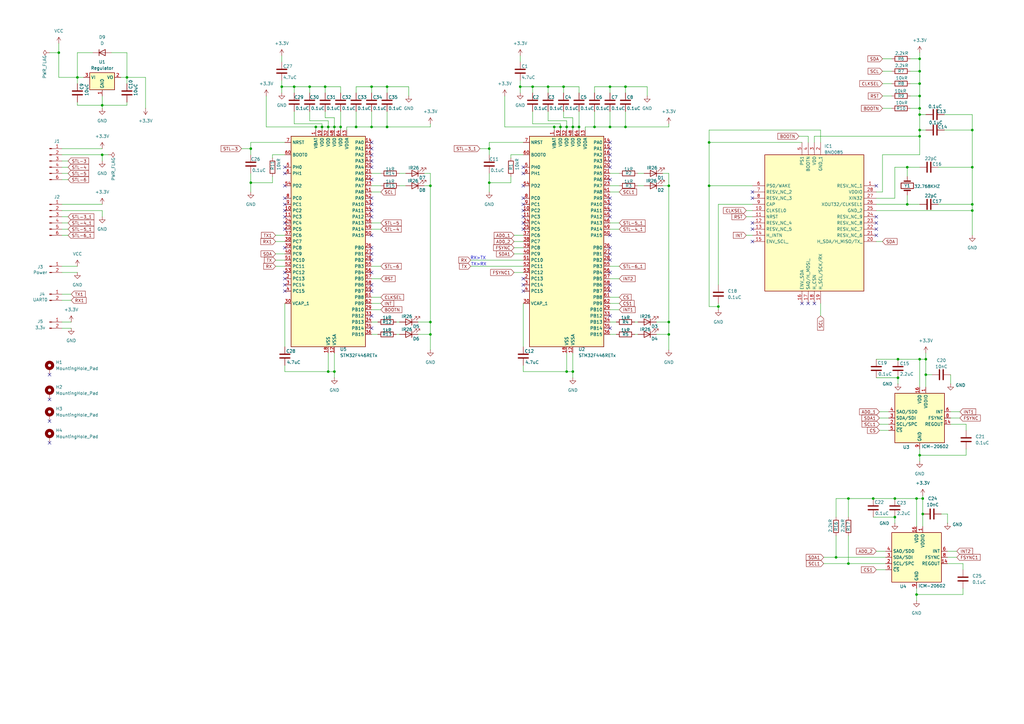
<source format=kicad_sch>
(kicad_sch (version 20231120) (generator "eeschema") (generator_version "8.0")
  (paper "A3")
  (junction (at 134.62 152.4))
  (junction (at 347.98 204.47))
  (junction (at 218.44 35.56))
  (junction (at 372.11 68.58))
  (junction (at 347.98 231.14))
  (junction (at 379.73 153.67))
  (junction (at 176.53 76.2))
  (junction (at 256.54 52.07))
  (junction (at 377.19 44.45))
  (junction (at 152.4 35.56))
  (junction (at 127 35.56))
  (junction (at 274.32 132.08))
  (junction (at 158.75 35.56))
  (junction (at 342.9 228.6))
  (junction (at 176.53 132.08))
  (junction (at 250.19 52.07))
  (junction (at 398.78 86.36))
  (junction (at 102.87 60.96))
  (junction (at 133.35 35.56))
  (junction (at 398.78 53.34))
  (junction (at 227.33 52.07))
  (junction (at 398.78 83.82))
  (junction (at 367.03 212.09))
  (junction (at 146.05 52.07))
  (junction (at 229.87 52.07))
  (junction (at 41.91 63.5))
  (junction (at 115.57 35.56))
  (junction (at 377.19 24.13))
  (junction (at 176.53 137.16))
  (junction (at 129.54 52.07))
  (junction (at 213.36 35.56))
  (junction (at 200.66 60.96))
  (junction (at 137.16 52.07))
  (junction (at 152.4 52.07))
  (junction (at 224.79 35.56))
  (junction (at 52.07 31.75))
  (junction (at 137.16 152.4))
  (junction (at 368.3 147.32))
  (junction (at 377.19 46.99))
  (junction (at 378.46 204.47))
  (junction (at 134.62 52.07))
  (junction (at 377.19 39.37))
  (junction (at 158.75 52.07))
  (junction (at 200.66 74.93))
  (junction (at 243.84 52.07))
  (junction (at 290.83 76.2))
  (junction (at 231.14 35.56))
  (junction (at 379.73 147.32))
  (junction (at 367.03 204.47))
  (junction (at 234.95 152.4))
  (junction (at 377.19 147.32))
  (junction (at 290.83 58.42))
  (junction (at 294.64 125.73))
  (junction (at 132.08 52.07))
  (junction (at 237.49 52.07))
  (junction (at 274.32 76.2))
  (junction (at 274.32 137.16))
  (junction (at 368.3 154.94))
  (junction (at 139.7 52.07))
  (junction (at 250.19 35.56))
  (junction (at 234.95 52.07))
  (junction (at 375.92 243.84))
  (junction (at 377.19 55.88))
  (junction (at 31.75 31.75))
  (junction (at 398.78 68.58))
  (junction (at 232.41 152.4))
  (junction (at 378.46 210.82))
  (junction (at 256.54 35.56))
  (junction (at 377.19 186.69))
  (junction (at 377.19 29.21))
  (junction (at 41.91 43.18))
  (junction (at 377.19 53.34))
  (junction (at 24.13 21.59))
  (junction (at 120.65 35.56))
  (junction (at 102.87 74.93))
  (junction (at 372.11 83.82))
  (junction (at 232.41 52.07))
  (junction (at 358.14 204.47))
  (junction (at 377.19 34.29))
  (junction (at 375.92 204.47))
  (no_connect (at 214.63 83.82))
  (no_connect (at 334.01 124.46))
  (no_connect (at 116.84 68.58))
  (no_connect (at 250.19 129.54))
  (no_connect (at 250.19 58.42))
  (no_connect (at 152.4 104.14))
  (no_connect (at 359.41 91.44))
  (no_connect (at 250.19 111.76))
  (no_connect (at 214.63 93.98))
  (no_connect (at 152.4 66.04))
  (no_connect (at 116.84 93.98))
  (no_connect (at 250.19 81.28))
  (no_connect (at 116.84 111.76))
  (no_connect (at 214.63 86.36))
  (no_connect (at 116.84 86.36))
  (no_connect (at 116.84 101.6))
  (no_connect (at 308.61 91.44))
  (no_connect (at 359.41 93.98))
  (no_connect (at 152.4 111.76))
  (no_connect (at 250.19 88.9))
  (no_connect (at 250.19 96.52))
  (no_connect (at 250.19 66.04))
  (no_connect (at 331.47 124.46))
  (no_connect (at 214.63 114.3))
  (no_connect (at 152.4 58.42))
  (no_connect (at 214.63 81.28))
  (no_connect (at 359.41 88.9))
  (no_connect (at 152.4 63.5))
  (no_connect (at 116.84 76.2))
  (no_connect (at 328.93 124.46))
  (no_connect (at 152.4 60.96))
  (no_connect (at 116.84 71.12))
  (no_connect (at 214.63 71.12))
  (no_connect (at 214.63 88.9))
  (no_connect (at 20.32 181.61))
  (no_connect (at 152.4 81.28))
  (no_connect (at 250.19 60.96))
  (no_connect (at 116.84 83.82))
  (no_connect (at 116.84 114.3))
  (no_connect (at 152.4 134.62))
  (no_connect (at 152.4 83.82))
  (no_connect (at 116.84 81.28))
  (no_connect (at 250.19 104.14))
  (no_connect (at 152.4 96.52))
  (no_connect (at 214.63 119.38))
  (no_connect (at 250.19 73.66))
  (no_connect (at 116.84 88.9))
  (no_connect (at 152.4 73.66))
  (no_connect (at 20.32 153.67))
  (no_connect (at 20.32 163.83))
  (no_connect (at 152.4 88.9))
  (no_connect (at 214.63 68.58))
  (no_connect (at 250.19 116.84))
  (no_connect (at 152.4 86.36))
  (no_connect (at 116.84 119.38))
  (no_connect (at 214.63 76.2))
  (no_connect (at 308.61 93.98))
  (no_connect (at 20.32 172.72))
  (no_connect (at 152.4 106.68))
  (no_connect (at 308.61 81.28))
  (no_connect (at 214.63 91.44))
  (no_connect (at 250.19 101.6))
  (no_connect (at 250.19 63.5))
  (no_connect (at 250.19 134.62))
  (no_connect (at 214.63 116.84))
  (no_connect (at 116.84 91.44))
  (no_connect (at 116.84 116.84))
  (no_connect (at 152.4 119.38))
  (no_connect (at 359.41 96.52))
  (no_connect (at 308.61 99.06))
  (no_connect (at 250.19 106.68))
  (no_connect (at 359.41 76.2))
  (no_connect (at 152.4 129.54))
  (no_connect (at 308.61 78.74))
  (no_connect (at 250.19 68.58))
  (no_connect (at 250.19 119.38))
  (no_connect (at 250.19 83.82))
  (no_connect (at 152.4 68.58))
  (no_connect (at 152.4 101.6))
  (no_connect (at 250.19 86.36))
  (no_connect (at 152.4 116.84))
  (wire (pts (xy 398.78 86.36) (xy 398.78 96.52)))
  (wire (pts (xy 129.54 53.34) (xy 129.54 52.07)))
  (wire (pts (xy 133.35 48.26) (xy 133.35 45.72)))
  (wire (pts (xy 360.68 176.53) (xy 364.49 176.53)))
  (wire (pts (xy 377.19 147.32) (xy 379.73 147.32)))
  (wire (pts (xy 25.4 63.5) (xy 41.91 63.5)))
  (wire (pts (xy 229.87 52.07) (xy 232.41 52.07)))
  (wire (pts (xy 274.32 132.08) (xy 274.32 137.16)))
  (wire (pts (xy 49.53 31.75) (xy 52.07 31.75)))
  (wire (pts (xy 377.19 147.32) (xy 368.3 147.32)))
  (wire (pts (xy 234.95 48.26) (xy 231.14 48.26)))
  (wire (pts (xy 243.84 52.07) (xy 240.03 52.07)))
  (wire (pts (xy 342.9 212.09) (xy 342.9 204.47)))
  (wire (pts (xy 269.24 132.08) (xy 274.32 132.08)))
  (wire (pts (xy 115.57 35.56) (xy 115.57 38.1)))
  (wire (pts (xy 25.4 71.12) (xy 27.94 71.12)))
  (wire (pts (xy 152.4 121.92) (xy 156.21 121.92)))
  (wire (pts (xy 109.22 52.07) (xy 129.54 52.07)))
  (wire (pts (xy 214.63 63.5) (xy 209.55 63.5)))
  (wire (pts (xy 342.9 204.47) (xy 347.98 204.47)))
  (wire (pts (xy 361.95 39.37) (xy 365.76 39.37)))
  (wire (pts (xy 209.55 74.93) (xy 200.66 74.93)))
  (wire (pts (xy 111.76 74.93) (xy 102.87 74.93)))
  (wire (pts (xy 232.41 49.53) (xy 232.41 52.07)))
  (wire (pts (xy 306.07 96.52) (xy 308.61 96.52)))
  (wire (pts (xy 176.53 132.08) (xy 176.53 137.16)))
  (wire (pts (xy 152.4 71.12) (xy 156.21 71.12)))
  (wire (pts (xy 120.65 35.56) (xy 127 35.56)))
  (wire (pts (xy 146.05 35.56) (xy 152.4 35.56)))
  (wire (pts (xy 132.08 52.07) (xy 134.62 52.07)))
  (wire (pts (xy 294.64 125.73) (xy 294.64 127)))
  (wire (pts (xy 146.05 38.1) (xy 146.05 35.56)))
  (wire (pts (xy 132.08 50.8) (xy 132.08 52.07)))
  (wire (pts (xy 243.84 38.1) (xy 243.84 35.56)))
  (wire (pts (xy 218.44 50.8) (xy 229.87 50.8)))
  (wire (pts (xy 388.62 214.63) (xy 388.62 210.82)))
  (wire (pts (xy 250.19 35.56) (xy 250.19 38.1)))
  (wire (pts (xy 137.16 52.07) (xy 137.16 48.26)))
  (wire (pts (xy 377.19 68.58) (xy 372.11 68.58)))
  (wire (pts (xy 237.49 45.72) (xy 237.49 52.07)))
  (wire (pts (xy 361.95 63.5) (xy 377.19 63.5)))
  (wire (pts (xy 231.14 48.26) (xy 231.14 45.72)))
  (wire (pts (xy 234.95 144.78) (xy 234.95 152.4)))
  (wire (pts (xy 31.75 31.75) (xy 34.29 31.75)))
  (wire (pts (xy 256.54 52.07) (xy 274.32 52.07)))
  (wire (pts (xy 111.76 72.39) (xy 111.76 74.93)))
  (wire (pts (xy 388.62 210.82) (xy 386.08 210.82)))
  (wire (pts (xy 41.91 43.18) (xy 41.91 44.45)))
  (wire (pts (xy 373.38 44.45) (xy 377.19 44.45)))
  (wire (pts (xy 41.91 88.9) (xy 41.91 86.36)))
  (wire (pts (xy 389.89 171.45) (xy 393.7 171.45)))
  (wire (pts (xy 290.83 53.34) (xy 290.83 58.42)))
  (wire (pts (xy 173.99 71.12) (xy 176.53 71.12)))
  (wire (pts (xy 360.68 171.45) (xy 364.49 171.45)))
  (wire (pts (xy 25.4 73.66) (xy 27.94 73.66)))
  (wire (pts (xy 152.4 127) (xy 156.21 127)))
  (wire (pts (xy 250.19 71.12) (xy 254 71.12)))
  (wire (pts (xy 347.98 231.14) (xy 363.22 231.14)))
  (wire (pts (xy 134.62 49.53) (xy 134.62 52.07)))
  (wire (pts (xy 116.84 152.4) (xy 134.62 152.4)))
  (wire (pts (xy 171.45 137.16) (xy 176.53 137.16)))
  (wire (pts (xy 232.41 152.4) (xy 232.41 144.78)))
  (wire (pts (xy 342.9 228.6) (xy 363.22 228.6)))
  (wire (pts (xy 152.4 35.56) (xy 152.4 38.1)))
  (wire (pts (xy 31.75 31.75) (xy 31.75 34.29)))
  (wire (pts (xy 158.75 52.07) (xy 152.4 52.07)))
  (wire (pts (xy 361.95 29.21) (xy 365.76 29.21)))
  (wire (pts (xy 394.97 243.84) (xy 375.92 243.84)))
  (wire (pts (xy 137.16 53.34) (xy 137.16 52.07)))
  (wire (pts (xy 210.82 101.6) (xy 214.63 101.6)))
  (wire (pts (xy 336.55 53.34) (xy 290.83 53.34)))
  (wire (pts (xy 209.55 72.39) (xy 209.55 74.93)))
  (wire (pts (xy 359.41 81.28) (xy 367.03 81.28)))
  (wire (pts (xy 375.92 204.47) (xy 367.03 204.47)))
  (wire (pts (xy 25.4 66.04) (xy 27.94 66.04)))
  (wire (pts (xy 250.19 109.22) (xy 254 109.22)))
  (wire (pts (xy 38.1 21.59) (xy 31.75 21.59)))
  (wire (pts (xy 176.53 71.12) (xy 176.53 76.2)))
  (wire (pts (xy 384.81 83.82) (xy 398.78 83.82)))
  (wire (pts (xy 359.41 226.06) (xy 363.22 226.06)))
  (wire (pts (xy 250.19 45.72) (xy 250.19 52.07)))
  (wire (pts (xy 382.27 153.67) (xy 379.73 153.67)))
  (wire (pts (xy 200.66 58.42) (xy 200.66 60.96)))
  (wire (pts (xy 210.82 99.06) (xy 214.63 99.06)))
  (wire (pts (xy 115.57 33.02) (xy 115.57 35.56)))
  (wire (pts (xy 256.54 52.07) (xy 250.19 52.07)))
  (wire (pts (xy 274.32 137.16) (xy 274.32 143.51)))
  (wire (pts (xy 367.03 68.58) (xy 372.11 68.58)))
  (wire (pts (xy 25.4 93.98) (xy 27.94 93.98)))
  (wire (pts (xy 377.19 158.75) (xy 377.19 147.32)))
  (wire (pts (xy 361.95 24.13) (xy 365.76 24.13)))
  (wire (pts (xy 250.19 52.07) (xy 243.84 52.07)))
  (wire (pts (xy 196.85 60.96) (xy 200.66 60.96)))
  (wire (pts (xy 31.75 41.91) (xy 31.75 43.18)))
  (wire (pts (xy 115.57 22.86) (xy 115.57 25.4)))
  (wire (pts (xy 234.95 53.34) (xy 234.95 52.07)))
  (wire (pts (xy 379.73 144.78) (xy 379.73 147.32)))
  (wire (pts (xy 20.32 21.59) (xy 24.13 21.59)))
  (wire (pts (xy 109.22 39.37) (xy 109.22 52.07)))
  (wire (pts (xy 274.32 50.8) (xy 274.32 52.07)))
  (wire (pts (xy 152.4 76.2) (xy 156.21 76.2)))
  (wire (pts (xy 176.53 50.8) (xy 176.53 52.07)))
  (wire (pts (xy 41.91 43.18) (xy 52.07 43.18)))
  (wire (pts (xy 377.19 53.34) (xy 377.19 55.88)))
  (wire (pts (xy 41.91 66.04) (xy 41.91 63.5)))
  (wire (pts (xy 193.04 106.68) (xy 214.63 106.68)))
  (wire (pts (xy 146.05 52.07) (xy 142.24 52.07)))
  (wire (pts (xy 52.07 31.75) (xy 52.07 21.59)))
  (wire (pts (xy 396.24 176.53) (xy 396.24 173.99)))
  (wire (pts (xy 127 45.72) (xy 127 49.53)))
  (wire (pts (xy 224.79 35.56) (xy 224.79 38.1)))
  (wire (pts (xy 133.35 35.56) (xy 139.7 35.56)))
  (wire (pts (xy 213.36 33.02) (xy 213.36 35.56)))
  (wire (pts (xy 243.84 45.72) (xy 243.84 52.07)))
  (wire (pts (xy 231.14 35.56) (xy 231.14 38.1)))
  (wire (pts (xy 214.63 124.46) (xy 214.63 142.24)))
  (wire (pts (xy 218.44 45.72) (xy 218.44 50.8)))
  (wire (pts (xy 115.57 35.56) (xy 120.65 35.56)))
  (wire (pts (xy 372.11 83.82) (xy 372.11 80.01)))
  (wire (pts (xy 274.32 71.12) (xy 274.32 76.2)))
  (wire (pts (xy 359.41 154.94) (xy 368.3 154.94)))
  (wire (pts (xy 378.46 203.2) (xy 378.46 204.47)))
  (wire (pts (xy 200.66 60.96) (xy 200.66 63.5)))
  (wire (pts (xy 41.91 63.5) (xy 44.45 63.5)))
  (wire (pts (xy 396.24 173.99) (xy 389.89 173.99)))
  (wire (pts (xy 116.84 63.5) (xy 111.76 63.5)))
  (wire (pts (xy 176.53 76.2) (xy 176.53 132.08)))
  (wire (pts (xy 373.38 34.29) (xy 377.19 34.29)))
  (wire (pts (xy 137.16 152.4) (xy 134.62 152.4)))
  (wire (pts (xy 171.45 132.08) (xy 176.53 132.08)))
  (wire (pts (xy 250.19 132.08) (xy 252.73 132.08)))
  (wire (pts (xy 52.07 31.75) (xy 52.07 34.29)))
  (wire (pts (xy 271.78 71.12) (xy 274.32 71.12)))
  (wire (pts (xy 384.81 68.58) (xy 398.78 68.58)))
  (wire (pts (xy 243.84 35.56) (xy 250.19 35.56)))
  (wire (pts (xy 250.19 127) (xy 254 127)))
  (wire (pts (xy 256.54 35.56) (xy 265.43 35.56)))
  (wire (pts (xy 327.66 55.88) (xy 331.47 55.88)))
  (wire (pts (xy 52.07 31.75) (xy 59.69 31.75)))
  (wire (pts (xy 52.07 21.59) (xy 45.72 21.59)))
  (wire (pts (xy 102.87 58.42) (xy 102.87 60.96)))
  (wire (pts (xy 111.76 63.5) (xy 111.76 64.77)))
  (wire (pts (xy 113.03 99.06) (xy 116.84 99.06)))
  (wire (pts (xy 373.38 24.13) (xy 377.19 24.13)))
  (wire (pts (xy 359.41 83.82) (xy 372.11 83.82)))
  (wire (pts (xy 398.78 53.34) (xy 398.78 68.58)))
  (wire (pts (xy 377.19 29.21) (xy 377.19 34.29)))
  (wire (pts (xy 224.79 45.72) (xy 224.79 49.53)))
  (wire (pts (xy 218.44 35.56) (xy 218.44 38.1)))
  (wire (pts (xy 158.75 35.56) (xy 167.64 35.56)))
  (wire (pts (xy 398.78 68.58) (xy 398.78 83.82)))
  (wire (pts (xy 240.03 52.07) (xy 240.03 53.34)))
  (wire (pts (xy 250.19 93.98) (xy 254 93.98)))
  (wire (pts (xy 234.95 152.4) (xy 234.95 154.94)))
  (wire (pts (xy 163.83 71.12) (xy 166.37 71.12)))
  (wire (pts (xy 377.19 55.88) (xy 334.01 55.88)))
  (wire (pts (xy 31.75 21.59) (xy 31.75 31.75)))
  (wire (pts (xy 271.78 76.2) (xy 274.32 76.2)))
  (wire (pts (xy 152.4 52.07) (xy 146.05 52.07)))
  (wire (pts (xy 224.79 35.56) (xy 231.14 35.56)))
  (wire (pts (xy 377.19 34.29) (xy 377.19 39.37)))
  (wire (pts (xy 210.82 104.14) (xy 214.63 104.14)))
  (wire (pts (xy 152.4 78.74) (xy 156.21 78.74)))
  (wire (pts (xy 24.13 17.78) (xy 24.13 21.59)))
  (wire (pts (xy 25.4 60.96) (xy 41.91 60.96)))
  (wire (pts (xy 377.19 53.34) (xy 379.73 53.34)))
  (wire (pts (xy 294.64 83.82) (xy 308.61 83.82)))
  (wire (pts (xy 260.35 132.08) (xy 261.62 132.08)))
  (wire (pts (xy 137.16 152.4) (xy 137.16 154.94)))
  (wire (pts (xy 261.62 76.2) (xy 264.16 76.2)))
  (wire (pts (xy 25.4 120.65) (xy 29.21 120.65)))
  (wire (pts (xy 378.46 210.82) (xy 378.46 204.47)))
  (wire (pts (xy 290.83 76.2) (xy 290.83 125.73)))
  (wire (pts (xy 377.19 63.5) (xy 377.19 55.88)))
  (wire (pts (xy 361.95 78.74) (xy 361.95 63.5)))
  (wire (pts (xy 375.92 243.84) (xy 375.92 246.38)))
  (wire (pts (xy 250.19 124.46) (xy 254 124.46)))
  (wire (pts (xy 24.13 31.75) (xy 31.75 31.75)))
  (wire (pts (xy 139.7 45.72) (xy 139.7 52.07)))
  (wire (pts (xy 193.04 109.22) (xy 214.63 109.22)))
  (wire (pts (xy 234.95 52.07) (xy 234.95 48.26)))
  (wire (pts (xy 388.62 228.6) (xy 392.43 228.6)))
  (wire (pts (xy 213.36 35.56) (xy 218.44 35.56)))
  (wire (pts (xy 250.19 137.16) (xy 252.73 137.16)))
  (wire (pts (xy 373.38 29.21) (xy 377.19 29.21)))
  (wire (pts (xy 158.75 45.72) (xy 158.75 52.07)))
  (wire (pts (xy 152.4 91.44) (xy 156.21 91.44)))
  (wire (pts (xy 358.14 212.09) (xy 367.03 212.09)))
  (wire (pts (xy 250.19 78.74) (xy 254 78.74)))
  (wire (pts (xy 360.68 168.91) (xy 364.49 168.91)))
  (wire (pts (xy 102.87 58.42) (xy 116.84 58.42)))
  (wire (pts (xy 378.46 204.47) (xy 375.92 204.47)))
  (wire (pts (xy 256.54 45.72) (xy 256.54 52.07)))
  (wire (pts (xy 214.63 152.4) (xy 214.63 149.86)))
  (wire (pts (xy 250.19 76.2) (xy 254 76.2)))
  (wire (pts (xy 167.64 35.56) (xy 167.64 39.37)))
  (wire (pts (xy 331.47 58.42) (xy 331.47 55.88)))
  (wire (pts (xy 25.4 132.08) (xy 29.21 132.08)))
  (wire (pts (xy 232.41 52.07) (xy 232.41 53.34)))
  (wire (pts (xy 134.62 52.07) (xy 137.16 52.07)))
  (wire (pts (xy 294.64 124.46) (xy 294.64 125.73)))
  (wire (pts (xy 200.66 74.93) (xy 200.66 78.74)))
  (wire (pts (xy 367.03 212.09) (xy 367.03 214.63)))
  (wire (pts (xy 224.79 49.53) (xy 232.41 49.53)))
  (wire (pts (xy 367.03 204.47) (xy 358.14 204.47)))
  (wire (pts (xy 237.49 52.07) (xy 237.49 53.34)))
  (wire (pts (xy 359.41 99.06) (xy 361.95 99.06)))
  (wire (pts (xy 158.75 35.56) (xy 158.75 38.1)))
  (wire (pts (xy 375.92 215.9) (xy 375.92 204.47)))
  (wire (pts (xy 200.66 58.42) (xy 214.63 58.42)))
  (wire (pts (xy 25.4 134.62) (xy 29.21 134.62)))
  (wire (pts (xy 25.4 109.22) (xy 31.75 109.22)))
  (wire (pts (xy 25.4 123.19) (xy 29.21 123.19)))
  (wire (pts (xy 361.95 44.45) (xy 365.76 44.45)))
  (wire (pts (xy 361.95 34.29) (xy 365.76 34.29)))
  (wire (pts (xy 25.4 83.82) (xy 41.91 83.82)))
  (wire (pts (xy 229.87 52.07) (xy 229.87 53.34)))
  (wire (pts (xy 359.41 86.36) (xy 398.78 86.36)))
  (wire (pts (xy 379.73 153.67) (xy 379.73 158.75)))
  (wire (pts (xy 152.4 35.56) (xy 158.75 35.56)))
  (wire (pts (xy 290.83 58.42) (xy 290.83 76.2)))
  (wire (pts (xy 378.46 210.82) (xy 378.46 215.9)))
  (wire (pts (xy 398.78 46.99) (xy 398.78 53.34)))
  (wire (pts (xy 127 49.53) (xy 134.62 49.53)))
  (wire (pts (xy 213.36 22.86) (xy 213.36 25.4)))
  (wire (pts (xy 139.7 35.56) (xy 139.7 38.1)))
  (wire (pts (xy 377.19 39.37) (xy 377.19 44.45)))
  (wire (pts (xy 232.41 52.07) (xy 234.95 52.07)))
  (wire (pts (xy 102.87 60.96) (xy 102.87 63.5)))
  (wire (pts (xy 377.19 21.59) (xy 377.19 24.13)))
  (wire (pts (xy 227.33 53.34) (xy 227.33 52.07)))
  (wire (pts (xy 25.4 111.76) (xy 31.75 111.76)))
  (wire (pts (xy 377.19 83.82) (xy 372.11 83.82)))
  (wire (pts (xy 129.54 52.07) (xy 132.08 52.07)))
  (wire (pts (xy 59.69 31.75) (xy 59.69 44.45)))
  (wire (pts (xy 146.05 45.72) (xy 146.05 52.07)))
  (wire (pts (xy 379.73 147.32) (xy 379.73 153.67)))
  (wire (pts (xy 227.33 52.07) (xy 229.87 52.07)))
  (wire (pts (xy 229.87 50.8) (xy 229.87 52.07)))
  (wire (pts (xy 250.19 114.3) (xy 254 114.3)))
  (wire (pts (xy 152.4 93.98) (xy 156.21 93.98)))
  (wire (pts (xy 152.4 124.46) (xy 156.21 124.46)))
  (wire (pts (xy 261.62 71.12) (xy 264.16 71.12)))
  (wire (pts (xy 113.03 106.68) (xy 116.84 106.68)))
  (wire (pts (xy 347.98 204.47) (xy 358.14 204.47)))
  (wire (pts (xy 359.41 78.74) (xy 361.95 78.74)))
  (wire (pts (xy 176.53 137.16) (xy 176.53 143.51)))
  (wire (pts (xy 214.63 152.4) (xy 232.41 152.4)))
  (wire (pts (xy 24.13 21.59) (xy 24.13 31.75)))
  (wire (pts (xy 336.55 124.46) (xy 336.55 129.54)))
  (wire (pts (xy 373.38 39.37) (xy 377.19 39.37)))
  (wire (pts (xy 377.19 46.99) (xy 379.73 46.99)))
  (wire (pts (xy 394.97 231.14) (xy 388.62 231.14)))
  (wire (pts (xy 200.66 71.12) (xy 200.66 74.93)))
  (wire (pts (xy 127 35.56) (xy 127 38.1)))
  (wire (pts (xy 31.75 43.18) (xy 41.91 43.18)))
  (wire (pts (xy 120.65 35.56) (xy 120.65 38.1)))
  (wire (pts (xy 269.24 137.16) (xy 274.32 137.16)))
  (wire (pts (xy 237.49 35.56) (xy 237.49 38.1)))
  (wire (pts (xy 120.65 45.72) (xy 120.65 50.8)))
  (wire (pts (xy 132.08 52.07) (xy 132.08 53.34)))
  (wire (pts (xy 162.56 137.16) (xy 163.83 137.16)))
  (wire (pts (xy 213.36 35.56) (xy 213.36 38.1)))
  (wire (pts (xy 250.19 91.44) (xy 254 91.44)))
  (wire (pts (xy 389.89 168.91) (xy 393.7 168.91)))
  (wire (pts (xy 113.03 96.52) (xy 116.84 96.52)))
  (wire (pts (xy 152.4 137.16) (xy 154.94 137.16)))
  (wire (pts (xy 134.62 152.4) (xy 134.62 144.78)))
  (wire (pts (xy 116.84 152.4) (xy 116.84 149.86)))
  (wire (pts (xy 152.4 109.22) (xy 156.21 109.22)))
  (wire (pts (xy 41.91 39.37) (xy 41.91 43.18)))
  (wire (pts (xy 290.83 58.42) (xy 328.93 58.42)))
  (wire (pts (xy 377.19 186.69) (xy 377.19 189.23)))
  (wire (pts (xy 158.75 52.07) (xy 176.53 52.07)))
  (wire (pts (xy 137.16 144.78) (xy 137.16 152.4)))
  (wire (pts (xy 396.24 186.69) (xy 377.19 186.69)))
  (wire (pts (xy 250.19 121.92) (xy 254 121.92)))
  (wire (pts (xy 102.87 74.93) (xy 102.87 78.74)))
  (wire (pts (xy 396.24 184.15) (xy 396.24 186.69)))
  (wire (pts (xy 25.4 86.36) (xy 41.91 86.36)))
  (wire (pts (xy 173.99 76.2) (xy 176.53 76.2)))
  (wire (pts (xy 377.19 184.15) (xy 377.19 186.69)))
  (wire (pts (xy 337.82 228.6) (xy 342.9 228.6)))
  (wire (pts (xy 127 35.56) (xy 133.35 35.56)))
  (wire (pts (xy 102.87 71.12) (xy 102.87 74.93)))
  (wire (pts (xy 394.97 233.68) (xy 394.97 231.14)))
  (wire (pts (xy 134.62 52.07) (xy 134.62 53.34)))
  (wire (pts (xy 120.65 50.8) (xy 132.08 50.8)))
  (wire (pts (xy 387.35 46.99) (xy 398.78 46.99)))
  (wire (pts (xy 260.35 137.16) (xy 261.62 137.16)))
  (wire (pts (xy 209.55 63.5) (xy 209.55 64.77)))
  (wire (pts (xy 210.82 96.52) (xy 214.63 96.52)))
  (wire (pts (xy 265.43 35.56) (xy 265.43 39.37)))
  (wire (pts (xy 336.55 58.42) (xy 336.55 53.34)))
  (wire (pts (xy 294.64 116.84) (xy 294.64 83.82)))
  (wire (pts (xy 25.4 91.44) (xy 27.94 91.44)))
  (wire (pts (xy 152.4 132.08) (xy 154.94 132.08)))
  (wire (pts (xy 207.01 52.07) (xy 227.33 52.07)))
  (wire (pts (xy 394.97 241.3) (xy 394.97 243.84)))
  (wire (pts (xy 25.4 88.9) (xy 27.94 88.9)))
  (wire (pts (xy 25.4 68.58) (xy 27.94 68.58)))
  (wire (pts (xy 360.68 173.99) (xy 364.49 173.99)))
  (wire (pts (xy 137.16 52.07) (xy 139.7 52.07)))
  (wire (pts (xy 389.89 153.67) (xy 389.89 157.48)))
  (wire (pts (xy 368.3 154.94) (xy 368.3 157.48)))
  (wire (pts (xy 334.01 55.88) (xy 334.01 58.42)))
  (wire (pts (xy 152.4 45.72) (xy 152.4 52.07)))
  (wire (pts (xy 290.83 76.2) (xy 308.61 76.2)))
  (wire (pts (xy 367.03 81.28) (xy 367.03 68.58)))
  (wire (pts (xy 256.54 35.56) (xy 256.54 38.1)))
  (wire (pts (xy 152.4 114.3) (xy 156.21 114.3)))
  (wire (pts (xy 207.01 39.37) (xy 207.01 52.07)))
  (wire (pts (xy 234.95 152.4) (xy 232.41 152.4)))
  (wire (pts (xy 142.24 52.07) (xy 142.24 53.34)))
  (wire (pts (xy 290.83 125.73) (xy 294.64 125.73)))
  (wire (pts (xy 52.07 41.91) (xy 52.07 43.18)))
  (wire (pts (xy 337.82 231.14) (xy 347.98 231.14)))
  (wire (pts (xy 306.07 88.9) (xy 308.61 88.9)))
  (wire (pts (xy 368.3 147.32) (xy 359.41 147.32)))
  (wire (pts (xy 342.9 219.71) (xy 342.9 228.6)))
  (wire (pts (xy 377.19 44.45) (xy 377.19 46.99)))
  (wire (pts (xy 377.19 24.13) (xy 377.19 29.21)))
  (wire (pts (xy 162.56 132.08) (xy 163.83 132.08)))
  (wire (pts (xy 375.92 241.3) (xy 375.92 243.84)))
  (wire (pts (xy 231.14 35.56) (xy 237.49 35.56)))
  (wire (pts (xy 25.4 96.52) (xy 27.94 96.52)))
  (wire (pts (xy 139.7 52.07) (xy 139.7 53.34)))
  (wire (pts (xy 113.03 104.14) (xy 116.84 104.14)))
  (wire (pts (xy 116.84 124.46) (xy 116.84 142.24)))
  (wire (pts (xy 234.95 52.07) (xy 237.49 52.07)))
  (wire (pts (xy 274.32 76.2) (xy 274.32 132.08)))
  (wire (pts (xy 113.03 109.22) (xy 116.84 109.22)))
  (wire (pts (xy 359.41 233.68) (xy 363.22 233.68)))
  (wire (pts (xy 137.16 48.26) (xy 133.35 48.26)))
  (wire (pts (xy 99.06 60.96) (xy 102.87 60.96)))
  (wire (pts (xy 163.83 76.2) (xy 166.37 76.2)))
  (wire (pts (xy 133.35 35.56) (xy 133.35 38.1)))
  (wire (pts (xy 388.62 226.06) (xy 392.43 226.06)))
  (wire (pts (xy 250.19 35.56) (xy 256.54 35.56)))
  (wire (pts (xy 398.78 83.82) (xy 398.78 86.36)))
  (wire (pts (xy 377.19 46.99) (xy 377.19 53.34)))
  (wire (pts (xy 306.07 86.36) (xy 308.61 86.36)))
  (wire (pts (xy 347.98 204.47) (xy 347.98 212.09)))
  (wire (pts (xy 347.98 219.71) (xy 347.98 231.14)))
  (wire (pts (xy 210.82 111.76) (xy 214.63 111.76)))
  (wire (pts (xy 218.44 35.56) (xy 224.79 35.56)))
  (wire (pts (xy 372.11 68.58) (xy 372.11 72.39)))
  (wire (pts (xy 387.35 53.34) (xy 398.78 53.34)))
  (text "RX>TX" (at 196.088 105.918 0) (effects (font (size 1.27 1.27))))
  (text "TX>RX" (at 196.342 108.458 0) (effects (font (size 1.27 1.27))))
  (global_label "BOOTN" (shape input) (at 361.95 44.45 180) (property "Intersheetrefs" "${INTERSHEET_REFS}" (effects (hide yes))))
  (global_label "STL-5_1" (shape input) (at 254 91.44 0) (property "Intersheetrefs" "${INTERSHEET_REFS}" (effects (hide yes))))
  (global_label "CS" (shape input) (at 360.68 176.53 180) (property "Intersheetrefs" "${INTERSHEET_REFS}" (effects (hide yes))))
  (global_label "FSYNC1" (shape input) (at 392.43 228.6 0) (property "Intersheetrefs" "${INTERSHEET_REFS}" (effects (hide yes))))
  (global_label "RST" (shape input) (at 156.21 114.3 0) (property "Intersheetrefs" "${INTERSHEET_REFS}" (effects (hide yes))))
  (global_label "CS" (shape input) (at 254 121.92 0) (property "Intersheetrefs" "${INTERSHEET_REFS}" (effects (hide yes))))
  (global_label "STL-5_1" (shape input) (at 27.94 93.98 0) (property "Intersheetrefs" "${INTERSHEET_REFS}" (effects (hide yes))))
  (global_label "SDA1" (shape input) (at 337.82 228.6 180) (property "Intersheetrefs" "${INTERSHEET_REFS}" (effects (hide yes))))
  (global_label "INT1" (shape input) (at 393.7 168.91 0) (property "Intersheetrefs" "${INTERSHEET_REFS}" (effects (hide yes))))
  (global_label "SCL1" (shape input) (at 360.68 173.99 180) (property "Intersheetrefs" "${INTERSHEET_REFS}" (effects (hide yes))))
  (global_label "AD0_2" (shape input) (at 210.82 99.06 180) (property "Intersheetrefs" "${INTERSHEET_REFS}" (effects (hide yes))))
  (global_label "AD0_2" (shape input) (at 359.41 226.06 180) (property "Intersheetrefs" "${INTERSHEET_REFS}" (effects (hide yes))))
  (global_label "FSYNC1" (shape input) (at 210.82 111.76 180) (property "Intersheetrefs" "${INTERSHEET_REFS}" (effects (hide yes))))
  (global_label "CLKSEL" (shape input) (at 306.07 86.36 180) (property "Intersheetrefs" "${INTERSHEET_REFS}" (effects (hide yes))))
  (global_label "SDA" (shape input) (at 113.03 104.14 180) (property "Intersheetrefs" "${INTERSHEET_REFS}" (effects (hide yes))))
  (global_label "CS1" (shape input) (at 359.41 233.68 180) (property "Intersheetrefs" "${INTERSHEET_REFS}" (effects (hide yes))))
  (global_label "STL-3" (shape input) (at 99.06 60.96 180) (property "Intersheetrefs" "${INTERSHEET_REFS}" (effects (hide yes))))
  (global_label "STL-6" (shape input) (at 27.94 73.66 0) (property "Intersheetrefs" "${INTERSHEET_REFS}" (effects (hide yes))))
  (global_label "TX" (shape input) (at 113.03 106.68 180) (property "Intersheetrefs" "${INTERSHEET_REFS}" (effects (hide yes))))
  (global_label "AD0_1" (shape input) (at 210.82 96.52 180) (property "Intersheetrefs" "${INTERSHEET_REFS}" (effects (hide yes))))
  (global_label "BOOTN" (shape input) (at 156.21 127 0) (property "Intersheetrefs" "${INTERSHEET_REFS}" (effects (hide yes))))
  (global_label "FSYNC" (shape input) (at 393.7 171.45 0) (property "Intersheetrefs" "${INTERSHEET_REFS}" (effects (hide yes))))
  (global_label "SDA" (shape input) (at 361.95 24.13 180) (property "Intersheetrefs" "${INTERSHEET_REFS}" (effects (hide yes))))
  (global_label "INT2" (shape input) (at 392.43 226.06 0) (property "Intersheetrefs" "${INTERSHEET_REFS}" (effects (hide yes))))
  (global_label "RX1" (shape input) (at 113.03 99.06 180) (property "Intersheetrefs" "${INTERSHEET_REFS}" (effects (hide yes))))
  (global_label "INT" (shape input) (at 306.07 96.52 180) (property "Intersheetrefs" "${INTERSHEET_REFS}" (effects (hide yes))))
  (global_label "RX" (shape input) (at 193.04 106.68 180) (property "Intersheetrefs" "${INTERSHEET_REFS}" (effects (hide yes))))
  (global_label "SCL" (shape input) (at 361.95 29.21 180) (property "Intersheetrefs" "${INTERSHEET_REFS}" (effects (hide yes))))
  (global_label "SDA1" (shape input) (at 210.82 104.14 180) (property "Intersheetrefs" "${INTERSHEET_REFS}" (effects (hide yes))))
  (global_label "FSYNC" (shape input) (at 210.82 101.6 180) (property "Intersheetrefs" "${INTERSHEET_REFS}" (effects (hide yes))))
  (global_label "STL-4_1" (shape input) (at 254 93.98 0) (property "Intersheetrefs" "${INTERSHEET_REFS}" (effects (hide yes))))
  (global_label "SCL1" (shape input) (at 337.82 231.14 180) (property "Intersheetrefs" "${INTERSHEET_REFS}" (effects (hide yes))))
  (global_label "INT2" (shape input) (at 254 114.3 0) (property "Intersheetrefs" "${INTERSHEET_REFS}" (effects (hide yes))))
  (global_label "STL-6_1" (shape input) (at 254 109.22 0) (property "Intersheetrefs" "${INTERSHEET_REFS}" (effects (hide yes))))
  (global_label "SCL" (shape input) (at 336.55 129.54 270) (property "Intersheetrefs" "${INTERSHEET_REFS}" (effects (hide yes))))
  (global_label "BOOTN" (shape input) (at 327.66 55.88 180) (property "Intersheetrefs" "${INTERSHEET_REFS}" (effects (hide yes))))
  (global_label "RST" (shape input) (at 361.95 39.37 180) (property "Intersheetrefs" "${INTERSHEET_REFS}" (effects (hide yes))))
  (global_label "STL-6" (shape input) (at 156.21 109.22 0) (property "Intersheetrefs" "${INTERSHEET_REFS}" (effects (hide yes))))
  (global_label "STL-3_1" (shape input) (at 196.85 60.96 180) (property "Intersheetrefs" "${INTERSHEET_REFS}" (effects (hide yes))))
  (global_label "SDA1" (shape input) (at 360.68 171.45 180) (property "Intersheetrefs" "${INTERSHEET_REFS}" (effects (hide yes))))
  (global_label "STL-4" (shape input) (at 27.94 68.58 0) (property "Intersheetrefs" "${INTERSHEET_REFS}" (effects (hide yes))))
  (global_label "TX1" (shape input) (at 113.03 96.52 180) (property "Intersheetrefs" "${INTERSHEET_REFS}" (effects (hide yes))))
  (global_label "STL-3_1" (shape input) (at 27.94 88.9 0) (property "Intersheetrefs" "${INTERSHEET_REFS}" (effects (hide yes))))
  (global_label "RX" (shape input) (at 113.03 109.22 180) (property "Intersheetrefs" "${INTERSHEET_REFS}" (effects (hide yes))))
  (global_label "CLKSEL" (shape input) (at 156.21 121.92 0) (property "Intersheetrefs" "${INTERSHEET_REFS}" (effects (hide yes))))
  (global_label "CLKSEL" (shape input) (at 361.95 34.29 180) (property "Intersheetrefs" "${INTERSHEET_REFS}" (effects (hide yes))))
  (global_label "INT1" (shape input) (at 254 127 0) (property "Intersheetrefs" "${INTERSHEET_REFS}" (effects (hide yes))))
  (global_label "STL-5" (shape input) (at 27.94 71.12 0) (property "Intersheetrefs" "${INTERSHEET_REFS}" (effects (hide yes))))
  (global_label "TX1" (shape input) (at 29.21 120.65 0) (property "Intersheetrefs" "${INTERSHEET_REFS}" (effects (hide yes))))
  (global_label "STL-4_1" (shape input) (at 27.94 91.44 0) (property "Intersheetrefs" "${INTERSHEET_REFS}" (effects (hide yes))))
  (global_label "STL-5" (shape input) (at 156.21 91.44 0) (property "Intersheetrefs" "${INTERSHEET_REFS}" (effects (hide yes))))
  (global_label "SDA" (shape input) (at 361.95 99.06 0) (property "Intersheetrefs" "${INTERSHEET_REFS}" (effects (hide yes))))
  (global_label "TX" (shape input) (at 193.04 109.22 180) (property "Intersheetrefs" "${INTERSHEET_REFS}" (effects (hide yes))))
  (global_label "STL-6_1" (shape input) (at 27.94 96.52 0) (property "Intersheetrefs" "${INTERSHEET_REFS}" (effects (hide yes))))
  (global_label "STL-4" (shape input) (at 156.21 93.98 0) (property "Intersheetrefs" "${INTERSHEET_REFS}" (effects (hide yes))))
  (global_label "INT" (shape input) (at 156.21 124.46 0) (property "Intersheetrefs" "${INTERSHEET_REFS}" (effects (hide yes))))
  (global_label "STL-3" (shape input) (at 27.94 66.04 0) (property "Intersheetrefs" "${INTERSHEET_REFS}" (effects (hide yes))))
  (global_label "CS1" (shape input) (at 254 124.46 0) (property "Intersheetrefs" "${INTERSHEET_REFS}" (effects (hide yes))))
  (global_label "AD0_1" (shape input) (at 360.68 168.91 180) (property "Intersheetrefs" "${INTERSHEET_REFS}" (effects (hide yes))))
  (global_label "SCL1" (shape input) (at 254 78.74 0) (property "Intersheetrefs" "${INTERSHEET_REFS}" (effects (hide yes))))
  (global_label "RX1" (shape input) (at 29.21 123.19 0) (property "Intersheetrefs" "${INTERSHEET_REFS}" (effects (hide yes))))
  (global_label "RST" (shape input) (at 306.07 88.9 180) (property "Intersheetrefs" "${INTERSHEET_REFS}" (effects (hide yes))))
  (global_label "SCL" (shape input) (at 156.21 78.74 0) (property "Intersheetrefs" "${INTERSHEET_REFS}" (effects (hide yes))))
  (symbol (lib_id "power:GND") (at 389.89 157.48 0) (unit 1)
    (property "Reference" "#PWR05" (effects (hide yes)))
    (property "Value" "GND" (at 393.954 157.988 0))
    (property "Description" "Power symbol creates a global label with name \"GND\" , ground" (effects (hide yes)))
  )
  (symbol (lib_id "Device:C") (at 368.3 151.13 0) (unit 1)
    (property "Reference" "C15" (at 369.062 149.098 0) (effects (justify left)))
    (property "Value" "2.2uC" (at 369.062 153.416 0) (effects (justify left)))
    (property "Footprint" "Capacitor_SMD:C_0603_1608Metric_Pad1.08x0.95mm_HandSolder" (effects (hide yes)))
    (property "Description" "Unpolarized capacitor" (effects (hide yes)))
  )
  (symbol (lib_id "Device:R") (at 257.81 71.12 270) (unit 1)
    (property "Reference" "R2" (at 257.81 71.12 90))
    (property "Value" "1kR" (at 257.81 69.342 90))
    (property "Footprint" "Resistor_SMD:R_0603_1608Metric_Pad0.98x0.95mm_HandSolder" (effects (hide yes)))
    (property "Description" "Resistor" (effects (hide yes)))
  )
  (symbol (lib_id "power:GND") (at 167.64 39.37 0) (unit 1)
    (property "Reference" "#PWR016" (effects (hide yes)))
    (property "Value" "GND" (at 167.64 44.45 0))
    (property "Description" "Power symbol creates a global label with name \"GND\" , ground" (effects (hide yes)))
  )
  (symbol (lib_id "power:GND") (at 388.62 214.63 0) (unit 1)
    (property "Reference" "#PWR010" (effects (hide yes)))
    (property "Value" "GND" (at 392.684 215.138 0))
    (property "Description" "Power symbol creates a global label with name \"GND\" , ground" (effects (hide yes)))
  )
  (symbol (lib_id "power:VCC") (at 24.13 17.78 0) (unit 1)
    (property "Reference" "#PWR021" (effects (hide yes)))
    (property "Value" "VCC" (at 24.13 12.7 0))
    (property "Description" "Power symbol creates a global label with name \"VCC\"" (effects (hide yes)))
  )
  (symbol (lib_id "Device:R") (at 342.9 215.9 0) (unit 1)
    (property "Reference" "R16" (at 342.9 215.9 90))
    (property "Value" "2.2kR" (at 340.614 215.646 90))
    (property "Footprint" "Resistor_SMD:R_0603_1608Metric_Pad0.98x0.95mm_HandSolder" (effects (hide yes)))
    (property "Description" "Resistor" (effects (hide yes)))
  )
  (symbol (lib_id "power:+3.3V") (at 41.91 83.82 0) (unit 1)
    (property "Reference" "#PWR019" (effects (hide yes)))
    (property "Value" "+3.3V" (at 41.91 78.74 0))
    (property "Description" "Power symbol creates a global label with name \"+3.3V\"" (effects (hide yes)))
  )
  (symbol (lib_id "Device:R") (at 369.57 44.45 270) (unit 1)
    (property "Reference" "R10" (at 369.57 44.45 90))
    (property "Value" "10kR" (at 369.824 42.164 90))
    (property "Footprint" "Resistor_SMD:R_0603_1608Metric_Pad0.98x0.95mm_HandSolder" (effects (hide yes)))
    (property "Description" "Resistor" (effects (hide yes)))
  )
  (symbol (lib_id "power:+3.3V") (at 115.57 22.86 0) (unit 1)
    (property "Reference" "#PWR013" (effects (hide yes)))
    (property "Value" "+3.3V" (at 115.57 17.78 0))
    (property "Description" "Power symbol creates a global label with name \"+3.3V\"" (effects (hide yes)))
  )
  (symbol (lib_id "power:PWR_FLAG") (at 44.45 63.5 270) (mirror x) (unit 1)
    (property "Reference" "#FLG01" (effects (hide yes)))
    (property "Value" "PWR_FLAG" (at 46.482 64.516 0) (effects (justify right)))
    (property "Description" "Special symbol for telling ERC where power comes from" (effects (hide yes)))
  )
  (symbol (lib_id "power:+3.3V") (at 379.73 144.78 0) (unit 1)
    (property "Reference" "#PWR01" (effects (hide yes)))
    (property "Value" "+3.3V" (at 379.73 139.7 0))
    (property "Description" "Power symbol creates a global label with name \"+3.3V\"" (effects (hide yes)))
  )
  (symbol (lib_id "Device:C") (at 381 68.58 270) (unit 1)
    (property "Reference" "C16" (at 384.302 67.31 90))
    (property "Value" "22pC" (at 381.762 65.024 90))
    (property "Footprint" "Capacitor_SMD:C_0603_1608Metric_Pad1.08x0.95mm_HandSolder" (effects (hide yes)))
    (property "Description" "Unpolarized capacitor" (effects (hide yes)))
  )
  (symbol (lib_id "power:GND") (at 265.43 39.37 0) (unit 1)
    (property "Reference" "#PWR0111" (effects (hide yes)))
    (property "Value" "GND" (at 265.43 44.45 0))
    (property "Description" "Power symbol creates a global label with name \"GND\" , ground" (effects (hide yes)))
  )
  (symbol (lib_id "Connector:Conn_01x02_Pin") (at 20.32 132.08 0) (unit 1)
    (property "Reference" "J5" (at 16.51 131.826 0))
    (property "Value" "3.3v" (at 16.51 134.366 0))
    (property "Footprint" "Connector_JST:JST_PH_S2B-PH-K_1x02_P2.00mm_Horizontal" (effects (hide yes)))
    (property "Description" "Generic connector, single row, 01x02, script generated" (effects (hide yes)))
  )
  (symbol (lib_id "power:GND") (at 102.87 78.74 0) (unit 1)
    (property "Reference" "#PWR011" (effects (hide yes)))
    (property "Value" "GND" (at 102.87 83.82 0))
    (property "Description" "Power symbol creates a global label with name \"GND\" , ground" (effects (hide yes)))
  )
  (symbol (lib_id "Device:C") (at 381 83.82 270) (unit 1)
    (property "Reference" "C17" (at 384.302 82.55 90))
    (property "Value" "22pC" (at 381.762 80.264 90))
    (property "Footprint" "Capacitor_SMD:C_0603_1608Metric_Pad1.08x0.95mm_HandSolder" (effects (hide yes)))
    (property "Description" "Unpolarized capacitor" (effects (hide yes)))
  )
  (symbol (lib_id "Device:C") (at 383.54 46.99 270) (unit 1)
    (property "Reference" "C13" (at 386.08 45.72 90))
    (property "Value" "0.1uC" (at 383.54 43.688 90))
    (property "Footprint" "Capacitor_SMD:C_0603_1608Metric_Pad1.08x0.95mm_HandSolder" (effects (hide yes)))
    (property "Description" "Unpolarized capacitor" (effects (hide yes)))
  )
  (symbol (lib_id "Device:R") (at 369.57 29.21 270) (unit 1)
    (property "Reference" "R7" (at 369.57 29.21 90))
    (property "Value" "2.2kR" (at 369.824 26.924 90))
    (property "Footprint" "Resistor_SMD:R_0603_1608Metric_Pad0.98x0.95mm_HandSolder" (effects (hide yes)))
    (property "Description" "Resistor" (effects (hide yes)))
  )
  (symbol (lib_id "Device:C") (at 359.41 151.13 0) (unit 1)
    (property "Reference" "C19" (at 359.918 148.844 0) (effects (justify left)))
    (property "Value" "0.1uC" (at 360.172 153.416 0) (effects (justify left)))
    (property "Footprint" "Capacitor_SMD:C_0603_1608Metric_Pad1.08x0.95mm_HandSolder" (effects (hide yes)))
    (property "Description" "Unpolarized capacitor" (effects (hide yes)))
  )
  (symbol (lib_id "Device:C") (at 224.79 41.91 0) (unit 1)
    (property "Reference" "C3" (at 224.79 39.878 0) (effects (justify left)))
    (property "Value" "0.1uC" (at 225.298 44.45 0) (effects (justify left)))
    (property "Footprint" "Capacitor_SMD:C_0603_1608Metric_Pad1.08x0.95mm_HandSolder" (effects (hide yes)))
    (property "Description" "Unpolarized capacitor" (effects (hide yes)))
  )
  (symbol (lib_id "LED:IR26-21C_L110_TR8") (at 265.43 137.16 180) (unit 1)
    (property "Reference" "D4" (at 268.478 138.938 0))
    (property "Value" "IR26" (at 264.668 135.128 0))
    (property "Footprint" "Diode_SMD:D_0603_1608Metric_Pad1.05x0.95mm_HandSolder" (effects (hide yes)))
    (property "Datasheet" "http://www.everlight.com/file/ProductFile/IR26-21C-L110-TR8.pdf" (effects (hide yes)))
    (property "Description" "940nm, 20 deg, Infrared LED, 1206" (effects (hide yes)))
  )
  (symbol (lib_id "Device:R") (at 347.98 215.9 0) (unit 1)
    (property "Reference" "R17" (at 347.98 215.9 90))
    (property "Value" "2.2kR" (at 345.694 215.646 90))
    (property "Footprint" "Resistor_SMD:R_0603_1608Metric_Pad0.98x0.95mm_HandSolder" (effects (hide yes)))
    (property "Description" "Resistor" (effects (hide yes)))
  )
  (symbol (lib_id "Device:C") (at 231.14 41.91 0) (unit 1)
    (property "Reference" "C4" (at 231.648 39.878 0) (effects (justify left)))
    (property "Value" "0.1uC" (at 231.648 44.45 0) (effects (justify left)))
    (property "Footprint" "Capacitor_SMD:C_0603_1608Metric_Pad1.08x0.95mm_HandSolder" (effects (hide yes)))
    (property "Description" "Unpolarized capacitor" (effects (hide yes)))
  )
  (symbol (lib_id "power:GND") (at 377.19 189.23 0) (unit 1)
    (property "Reference" "#PWR06" (effects (hide yes)))
    (property "Value" "GND" (at 377.19 194.31 0))
    (property "Description" "Power symbol creates a global label with name \"GND\" , ground" (effects (hide yes)))
  )
  (symbol (lib_id "Device:C") (at 52.07 38.1 0) (unit 1)
    (property "Reference" "C10" (at 53.594 36.576 90) (effects (justify left)))
    (property "Value" "10uC" (at 55.626 39.37 90) (effects (justify left)))
    (property "Footprint" "Capacitor_SMD:C_0603_1608Metric_Pad1.08x0.95mm_HandSolder" (effects (hide yes)))
    (property "Description" "Unpolarized capacitor" (effects (hide yes)))
  )
  (symbol (lib_id "LED:IR26-21C_L110_TR8") (at 170.18 71.12 180) (unit 1)
    (property "Reference" "D7" (at 173.228 72.898 0))
    (property "Value" "IR26" (at 169.672 68.834 0))
    (property "Footprint" "Diode_SMD:D_0603_1608Metric_Pad1.05x0.95mm_HandSolder" (effects (hide yes)))
    (property "Datasheet" "http://www.everlight.com/file/ProductFile/IR26-21C-L110-TR8.pdf" (effects (hide yes)))
    (property "Description" "940nm, 20 deg, Infrared LED, 1206" (effects (hide yes)))
  )
  (symbol (lib_id "power:GND") (at 31.75 111.76 0) (unit 1)
    (property "Reference" "#PWR023" (effects (hide yes)))
    (property "Value" "GND" (at 31.75 116.84 0))
    (property "Description" "Power symbol creates a global label with name \"GND\" , ground" (effects (hide yes)))
  )
  (symbol (lib_id "Device:R") (at 209.55 68.58 0) (unit 1)
    (property "Reference" "R1" (at 209.55 69.85 90) (effects (justify left)))
    (property "Value" "10kR" (at 212.09 69.8499 90) (effects (justify left)))
    (property "Footprint" "Resistor_SMD:R_0603_1608Metric_Pad0.98x0.95mm_HandSolder" (effects (hide yes)))
    (property "Description" "Resistor" (effects (hide yes)))
  )
  (symbol (lib_id "power:GND") (at 29.21 134.62 0) (unit 1)
    (property "Reference" "#PWR025" (effects (hide yes)))
    (property "Value" "GND" (at 29.21 139.7 0))
    (property "Description" "Power symbol creates a global label with name \"GND\" , ground" (effects (hide yes)))
  )
  (symbol (lib_id "Regulator_Linear:LD1117S50TR_SOT223") (at 41.91 31.75 0) (unit 1)
    (property "Reference" "U1" (at 41.91 25.4 0))
    (property "Value" "Regulator" (at 41.91 27.94 0))
    (property "Footprint" "Package_TO_SOT_SMD:SOT-223-3_TabPin2" (effects (hide yes)))
    (property "Datasheet" "http://www.st.com/st-web-ui/static/active/en/resource/technical/document/datasheet/CD00000544.pdf" (effects (hide yes)))
    (property "Description" "800mA Fixed Low Drop Positive Voltage Regulator, Fixed Output 5.0V, SOT-223" (effects (hide yes)))
  )
  (symbol (lib_id "power:GND") (at 41.91 66.04 0) (unit 1)
    (property "Reference" "#PWR03" (effects (hide yes)))
    (property "Value" "GND" (at 41.91 71.12 0))
    (property "Description" "Power symbol creates a global label with name \"GND\" , ground" (effects (hide yes)))
  )
  (symbol (lib_id "Device:C") (at 115.57 29.21 0) (unit 1)
    (property "Reference" "C27" (at 116.078 27.178 0) (effects (justify left)))
    (property "Value" "4.7uC" (at 116.078 31.75 0) (effects (justify left)))
    (property "Footprint" "Capacitor_SMD:C_0603_1608Metric_Pad1.08x0.95mm_HandSolder" (effects (hide yes)))
    (property "Description" "Unpolarized capacitor" (effects (hide yes)))
  )
  (symbol (lib_id "power:GND") (at 234.95 154.94 0) (unit 1)
    (property "Reference" "#PWR0105" (effects (hide yes)))
    (property "Value" "GND" (at 234.95 160.02 0))
    (property "Description" "Power symbol creates a global label with name \"GND\" , ground" (effects (hide yes)))
  )
  (symbol (lib_id "power:GND") (at 115.57 38.1 0) (unit 1)
    (property "Reference" "#PWR014" (effects (hide yes)))
    (property "Value" "GND" (at 115.57 43.18 0))
    (property "Description" "Power symbol creates a global label with name \"GND\" , ground" (effects (hide yes)))
  )
  (symbol (lib_id "power:+3.3V") (at 59.69 44.45 180) (unit 1)
    (property "Reference" "#PWR0102" (effects (hide yes)))
    (property "Value" "+3.3V" (at 59.69 49.53 0))
    (property "Description" "Power symbol creates a global label with name \"+3.3V\"" (effects (hide yes)))
  )
  (symbol (lib_id "Device:C") (at 31.75 38.1 0) (unit 1)
    (property "Reference" "C9" (at 33.528 36.83 90) (effects (justify left)))
    (property "Value" "10uC" (at 35.56 39.3699 90) (effects (justify left)))
    (property "Footprint" "Capacitor_SMD:C_0603_1608Metric_Pad1.08x0.95mm_HandSolder" (effects (hide yes)))
    (property "Description" "Unpolarized capacitor" (effects (hide yes)))
  )
  (symbol (lib_id "power:GND") (at 213.36 38.1 0) (unit 1)
    (property "Reference" "#PWR0103" (effects (hide yes)))
    (property "Value" "GND" (at 213.36 43.18 0))
    (property "Description" "Power symbol creates a global label with name \"GND\" , ground" (effects (hide yes)))
  )
  (symbol (lib_id "power:GND") (at 398.78 96.52 0) (unit 1)
    (property "Reference" "#PWR0112" (effects (hide yes)))
    (property "Value" "GND" (at 398.78 101.6 0))
    (property "Description" "Power symbol creates a global label with name \"GND\" , ground" (effects (hide yes)))
  )
  (symbol (lib_id "MCU_ST_STM32F4:STM32F446RETx") (at 232.41 99.06 0) (unit 1)
    (property "Reference" "U2" (at 237.236 143.256 0) (effects (justify left)))
    (property "Value" "STM32F446RETx" (at 237.236 145.796 0) (effects (justify left)))
    (property "Footprint" "Package_QFP:LQFP-64_10x10mm_P0.5mm" (effects (hide yes)))
    (property "Datasheet" "https://www.st.com/resource/en/datasheet/stm32f446re.pdf" (effects (hide yes)))
    (property "Description" "STMicroelectronics Arm Cortex-M4 MCU, 512KB flash, 128KB RAM, 180 MHz, 1.8-3.6V, 50 GPIO, LQFP64" (effects (hide yes)))
  )
  (symbol (lib_id "power:+3.3V") (at 29.21 132.08 0) (unit 1)
    (property "Reference" "#PWR024" (effects (hide yes)))
    (property "Value" "+3.3V" (at 29.21 127 0))
    (property "Description" "Power symbol creates a global label with name \"+3.3V\"" (effects (hide yes)))
  )
  (symbol (lib_id "Connector:Conn_01x02_Pin") (at 20.32 120.65 0) (unit 1)
    (property "Reference" "J4" (at 17.272 120.65 0))
    (property "Value" "UART0" (at 16.51 122.936 0))
    (property "Footprint" "Connector_JST:JST_PH_S2B-PH-K_1x02_P2.00mm_Horizontal" (effects (hide yes)))
    (property "Description" "Generic connector, single row, 01x02, script generated" (effects (hide yes)))
  )
  (symbol (lib_id "Device:C") (at 214.63 146.05 0) (unit 1)
    (property "Reference" "C12" (at 215.138 144.018 0) (effects (justify left)))
    (property "Value" "4.7uC" (at 215.392 148.59 0) (effects (justify left)))
    (property "Footprint" "Capacitor_SMD:C_0603_1608Metric_Pad1.08x0.95mm_HandSolder" (effects (hide yes)))
    (property "Description" "Unpolarized capacitor" (effects (hide yes)))
  )
  (symbol (lib_id "Device:C") (at 127 41.91 0) (unit 1)
    (property "Reference" "C30" (at 127 39.878 0) (effects (justify left)))
    (property "Value" "0.1uC" (at 127.508 44.45 0) (effects (justify left)))
    (property "Footprint" "Capacitor_SMD:C_0603_1608Metric_Pad1.08x0.95mm_HandSolder" (effects (hide yes)))
    (property "Description" "Unpolarized capacitor" (effects (hide yes)))
  )
  (symbol (lib_id "power:GND") (at 274.32 143.51 0) (unit 1)
    (property "Reference" "#PWR0106" (effects (hide yes)))
    (property "Value" "GND" (at 274.32 148.59 0))
    (property "Description" "Power symbol creates a global label with name \"GND\" , ground" (effects (hide yes)))
  )
  (symbol (lib_id "LED:IR26-21C_L110_TR8") (at 170.18 76.2 180) (unit 1)
    (property "Reference" "D8" (at 173.228 77.978 0))
    (property "Value" "IR26" (at 169.418 74.168 0))
    (property "Footprint" "Diode_SMD:D_0603_1608Metric_Pad1.05x0.95mm_HandSolder" (effects (hide yes)))
    (property "Datasheet" "http://www.everlight.com/file/ProductFile/IR26-21C-L110-TR8.pdf" (effects (hide yes)))
    (property "Description" "940nm, 20 deg, Infrared LED, 1206" (effects (hide yes)))
  )
  (symbol (lib_id "Connector:Conn_01x06_Pin") (at 20.32 88.9 0) (unit 1)
    (property "Reference" "J2" (at 23.368 80.772 0))
    (property "Value" "Conn_01x06_Pin" (effects (hide yes)))
    (property "Footprint" "Connector_JST:JST_PH_S6B-PH-K_1x06_P2.00mm_Horizontal" (effects (hide yes)))
    (property "Description" "Generic connector, single row, 01x06, script generated" (effects (hide yes)))
  )
  (symbol (lib_id "Device:R") (at 256.54 132.08 270) (unit 1)
    (property "Reference" "R4" (at 256.54 132.08 90))
    (property "Value" "1kR" (at 256.54 130.302 90))
    (property "Footprint" "Resistor_SMD:R_0603_1608Metric_Pad0.98x0.95mm_HandSolder" (effects (hide yes)))
    (property "Description" "Resistor" (effects (hide yes)))
  )
  (symbol (lib_id "Device:C") (at 383.54 53.34 270) (unit 1)
    (property "Reference" "C14" (at 386.588 52.07 90))
    (property "Value" "0.1uC" (at 383.794 50.292 90))
    (property "Footprint" "Capacitor_SMD:C_0603_1608Metric_Pad1.08x0.95mm_HandSolder" (effects (hide yes)))
    (property "Description" "Unpolarized capacitor" (effects (hide yes)))
  )
  (symbol (lib_id "Device:R") (at 369.57 39.37 270) (unit 1)
    (property "Reference" "R9" (at 369.57 39.37 90))
    (property "Value" "10kR" (at 369.316 37.338 90))
    (property "Footprint" "Resistor_SMD:R_0603_1608Metric_Pad0.98x0.95mm_HandSolder" (effects (hide yes)))
    (property "Description" "Resistor" (effects (hide yes)))
  )
  (symbol (lib_id "Device:D") (at 41.91 21.59 0) (unit 1)
    (property "Reference" "D9" (at 41.91 15.24 0))
    (property "Value" "D" (at 41.91 17.78 0))
    (property "Footprint" "Diode_SMD:D_0603_1608Metric_Pad1.05x0.95mm_HandSolder" (effects (hide yes)))
    (property "Description" "Diode" (effects (hide yes)))
    (property "Sim.Device" "D" (effects (hide yes)))
    (property "Sim.Pins" "1=K 2=A" (effects (hide yes)))
  )
  (symbol (lib_id "MCU_ST_STM32F4:STM32F446RETx") (at 134.62 99.06 0) (unit 1)
    (property "Reference" "U5" (at 139.446 143.256 0) (effects (justify left)))
    (property "Value" "STM32F446RETx" (at 139.446 145.796 0) (effects (justify left)))
    (property "Footprint" "Package_QFP:LQFP-64_10x10mm_P0.5mm" (effects (hide yes)))
    (property "Datasheet" "https://www.st.com/resource/en/datasheet/stm32f446re.pdf" (effects (hide yes)))
    (property "Description" "STMicroelectronics Arm Cortex-M4 MCU, 512KB flash, 128KB RAM, 180 MHz, 1.8-3.6V, 50 GPIO, LQFP64" (effects (hide yes)))
  )
  (symbol (lib_id "Device:R") (at 257.81 76.2 270) (unit 1)
    (property "Reference" "R3" (at 257.81 76.2 90))
    (property "Value" "1kR" (at 257.81 74.422 90))
    (property "Footprint" "Resistor_SMD:R_0603_1608Metric_Pad0.98x0.95mm_HandSolder" (effects (hide yes)))
    (property "Description" "Resistor" (effects (hide yes)))
  )
  (symbol (lib_id "Device:R") (at 160.02 71.12 270) (unit 1)
    (property "Reference" "R14" (at 160.02 71.12 90))
    (property "Value" "1kR" (at 160.02 69.342 90))
    (property "Footprint" "Resistor_SMD:R_0603_1608Metric_Pad0.98x0.95mm_HandSolder" (effects (hide yes)))
    (property "Description" "Resistor" (effects (hide yes)))
  )
  (symbol (lib_id "Device:R") (at 111.76 68.58 0) (unit 1)
    (property "Reference" "R11" (at 111.76 69.85 90) (effects (justify left)))
    (property "Value" "10kR" (at 114.3 69.8499 90) (effects (justify left)))
    (property "Footprint" "Resistor_SMD:R_0603_1608Metric_Pad0.98x0.95mm_HandSolder" (effects (hide yes)))
    (property "Description" "Resistor" (effects (hide yes)))
  )
  (symbol (lib_id "Device:C") (at 102.87 67.31 0) (unit 1)
    (property "Reference" "C26" (at 102.87 65.278 0) (effects (justify left)))
    (property "Value" "0.1uC" (at 103.378 69.85 0) (effects (justify left)))
    (property "Footprint" "Capacitor_SMD:C_0603_1608Metric_Pad1.08x0.95mm_HandSolder" (effects (hide yes)))
    (property "Description" "Unpolarized capacitor" (effects (hide yes)))
  )
  (symbol (lib_id "Device:C") (at 213.36 29.21 0) (unit 1)
    (property "Reference" "C1" (at 213.868 27.178 0) (effects (justify left)))
    (property "Value" "4.7uC" (at 213.868 31.75 0) (effects (justify left)))
    (property "Footprint" "Capacitor_SMD:C_0603_1608Metric_Pad1.08x0.95mm_HandSolder" (effects (hide yes)))
    (property "Description" "Unpolarized capacitor" (effects (hide yes)))
  )
  (symbol (lib_id "Mechanical:MountingHole_Pad") (at 20.32 161.29 0) (unit 1) (exclude_from_sim yes) (in_bom no)
    (property "Reference" "H2" (at 22.86 158.7499 0) (effects (justify left)))
    (property "Value" "MountingHole_Pad" (at 22.86 161.2899 0) (effects (justify left)))
    (property "Footprint" "MountingHole:MountingHole_3.2mm_M3_Pad_Via" (effects (hide yes)))
    (property "Description" "Mounting Hole with connection" (effects (hide yes)))
  )
  (symbol (lib_id "Device:C") (at 120.65 41.91 0) (unit 1)
    (property "Reference" "C29" (at 120.65 39.878 0) (effects (justify left)))
    (property "Value" "0.1uC" (at 121.158 44.45 0) (effects (justify left)))
    (property "Footprint" "Capacitor_SMD:C_0603_1608Metric_Pad1.08x0.95mm_HandSolder" (effects (hide yes)))
    (property "Description" "Unpolarized capacitor" (effects (hide yes)))
  )
  (symbol (lib_id "Device:C") (at 386.08 153.67 90) (unit 1)
    (property "Reference" "C20" (at 386.08 147.828 90))
    (property "Value" "10nC" (at 386.08 150.368 90))
    (property "Footprint" "Capacitor_SMD:C_0603_1608Metric_Pad1.08x0.95mm_HandSolder" (effects (hide yes)))
    (property "Description" "Unpolarized capacitor" (effects (hide yes)))
  )
  (symbol (lib_id "power:+3.3V") (at 207.01 39.37 0) (unit 1)
    (property "Reference" "#PWR0101" (effects (hide yes)))
    (property "Value" "+3.3V" (at 207.01 34.29 0))
    (property "Description" "Power symbol creates a global label with name \"+3.3V\"" (effects (hide yes)))
  )
  (symbol (lib_id "Sensor_Motion:ICM-20602") (at 375.92 228.6 0) (unit 1)
    (property "Reference" "U4" (at 369.062 240.538 0) (effects (justify left)))
    (property "Value" "ICM-20602" (at 376.682 240.284 0) (effects (justify left)))
    (property "Footprint" "Package_LGA:LGA-16_3x3mm_P0.5mm_LayoutBorder3x5y" (effects (hide yes)))
    (property "Datasheet" "http://www.invensense.com/wp-content/uploads/2016/10/DS-000176-ICM-20602-v1.0.pdf" (effects (hide yes)))
    (property "Description" "High performance 6-Axis MEMS motion tracking, SPI/I2C interface, LGA-16" (effects (hide yes)))
  )
  (symbol (lib_id "power:VCC") (at 31.75 109.22 0) (unit 1)
    (property "Reference" "#PWR022" (effects (hide yes)))
    (property "Value" "VCC" (at 31.75 104.14 0))
    (property "Description" "Power symbol creates a global label with name \"VCC\"" (effects (hide yes)))
  )
  (symbol (lib_id "Device:C") (at 396.24 180.34 0) (unit 1)
    (property "Reference" "C21" (at 400.05 179.0699 0) (effects (justify left)))
    (property "Value" "0.1uC" (at 400.05 181.6099 0) (effects (justify left)))
    (property "Footprint" "Capacitor_SMD:C_0603_1608Metric_Pad1.08x0.95mm_HandSolder" (effects (hide yes)))
    (property "Description" "Unpolarized capacitor" (effects (hide yes)))
  )
  (symbol (lib_id "power:GND") (at 176.53 143.51 0) (unit 1)
    (property "Reference" "#PWR018" (effects (hide yes)))
    (property "Value" "GND" (at 176.53 148.59 0))
    (property "Description" "Power symbol creates a global label with name \"GND\" , ground" (effects (hide yes)))
  )
  (symbol (lib_id "Device:R") (at 158.75 137.16 270) (unit 1)
    (property "Reference" "R13" (at 158.75 137.16 90))
    (property "Value" "1kR" (at 158.75 135.382 90))
    (property "Footprint" "Resistor_SMD:R_0603_1608Metric_Pad0.98x0.95mm_HandSolder" (effects (hide yes)))
    (property "Description" "Resistor" (effects (hide yes)))
  )
  (symbol (lib_id "power:PWR_FLAG") (at 20.32 21.59 90) (unit 1)
    (property "Reference" "#FLG0101" (effects (hide yes)))
    (property "Value" "PWR_FLAG" (at 18.288 22.606 0) (effects (justify right)))
    (property "Description" "Special symbol for telling ERC where power comes from" (effects (hide yes)))
  )
  (symbol (lib_id "LED:IR26-21C_L110_TR8") (at 167.64 137.16 180) (unit 1)
    (property "Reference" "D6" (at 170.688 138.938 0))
    (property "Value" "IR26" (at 166.878 135.128 0))
    (property "Footprint" "Diode_SMD:D_0603_1608Metric_Pad1.05x0.95mm_HandSolder" (effects (hide yes)))
    (property "Datasheet" "http://www.everlight.com/file/ProductFile/IR26-21C-L110-TR8.pdf" (effects (hide yes)))
    (property "Description" "940nm, 20 deg, Infrared LED, 1206" (effects (hide yes)))
  )
  (symbol (lib_id "power:+3.3V") (at 41.91 60.96 0) (unit 1)
    (property "Reference" "#PWR02" (effects (hide yes)))
    (property "Value" "+3.3V" (at 41.91 55.88 0))
    (property "Description" "Power symbol creates a global label with name \"+3.3V\"" (effects (hide yes)))
  )
  (symbol (lib_id "Device:C") (at 250.19 41.91 0) (unit 1)
    (property "Reference" "C7" (at 250.698 39.878 0) (effects (justify left)))
    (property "Value" "0.1uC" (at 250.698 44.45 0) (effects (justify left)))
    (property "Footprint" "Capacitor_SMD:C_0603_1608Metric_Pad1.08x0.95mm_HandSolder" (effects (hide yes)))
    (property "Description" "Unpolarized capacitor" (effects (hide yes)))
  )
  (symbol (lib_id "Device:C") (at 146.05 41.91 0) (unit 1)
    (property "Reference" "C33" (at 146.558 39.878 0) (effects (justify left)))
    (property "Value" "0.1uC" (at 146.558 44.45 0) (effects (justify left)))
    (property "Footprint" "Capacitor_SMD:C_0603_1608Metric_Pad1.08x0.95mm_HandSolder" (effects (hide yes)))
    (property "Description" "Unpolarized capacitor" (effects (hide yes)))
  )
  (symbol (lib_id "Device:C") (at 139.7 41.91 0) (unit 1)
    (property "Reference" "C32" (at 140.208 39.878 0) (effects (justify left)))
    (property "Value" "0.1uC" (at 140.208 44.45 0) (effects (justify left)))
    (property "Footprint" "Capacitor_SMD:C_0603_1608Metric_Pad1.08x0.95mm_HandSolder" (effects (hide yes)))
    (property "Description" "Unpolarized capacitor" (effects (hide yes)))
  )
  (symbol (lib_id "power:GND") (at 41.91 44.45 0) (unit 1)
    (property "Reference" "#PWR0108" (effects (hide yes)))
    (property "Value" "GND" (at 41.91 49.53 0))
    (property "Description" "Power symbol creates a global label with name \"GND\" , ground" (effects (hide yes)))
  )
  (symbol (lib_id "Device:C") (at 358.14 208.28 0) (unit 1)
    (property "Reference" "C22" (at 358.648 205.994 0) (effects (justify left)))
    (property "Value" "0.1uC" (at 358.902 210.566 0) (effects (justify left)))
    (property "Footprint" "Capacitor_SMD:C_0603_1608Metric_Pad1.08x0.95mm_HandSolder" (effects (hide yes)))
    (property "Description" "Unpolarized capacitor" (effects (hide yes)))
  )
  (symbol (lib_id "power:+3.3V") (at 274.32 50.8 0) (unit 1)
    (property "Reference" "#PWR0110" (effects (hide yes)))
    (property "Value" "+3.3V" (at 274.32 45.72 0))
    (property "Description" "Power symbol creates a global label with name \"+3.3V\"" (effects (hide yes)))
  )
  (symbol (lib_id "power:GND") (at 41.91 88.9 0) (unit 1)
    (property "Reference" "#PWR020" (effects (hide yes)))
    (property "Value" "GND" (at 41.91 93.98 0))
    (property "Description" "Power symbol creates a global label with name \"GND\" , ground" (effects (hide yes)))
  )
  (symbol (lib_id "power:GND") (at 137.16 154.94 0) (unit 1)
    (property "Reference" "#PWR015" (effects (hide yes)))
    (property "Value" "GND" (at 137.16 160.02 0))
    (property "Description" "Power symbol creates a global label with name \"GND\" , ground" (effects (hide yes)))
  )
  (symbol (lib_id "Device:C") (at 394.97 237.49 0) (unit 1)
    (property "Reference" "C25" (at 398.78 236.2199 0) (effects (justify left)))
    (property "Value" "0.1uC" (at 398.78 238.7599 0) (effects (justify left)))
    (property "Footprint" "Capacitor_SMD:C_0603_1608Metric_Pad1.08x0.95mm_HandSolder" (effects (hide yes)))
    (property "Description" "Unpolarized capacitor" (effects (hide yes)))
  )
  (symbol (lib_id "Device:R") (at 158.75 132.08 270) (unit 1)
    (property "Reference" "R12" (at 158.75 132.08 90))
    (property "Value" "1kR" (at 158.75 130.302 90))
    (property "Footprint" "Resistor_SMD:R_0603_1608Metric_Pad0.98x0.95mm_HandSolder" (effects (hide yes)))
    (property "Description" "Resistor" (effects (hide yes)))
  )
  (symbol (lib_id "Device:C") (at 158.75 41.91 0) (unit 1)
    (property "Reference" "C35" (at 159.258 39.878 0) (effects (justify left)))
    (property "Value" "0.1uC" (at 159.258 44.45 0) (effects (justify left)))
    (property "Footprint" "Capacitor_SMD:C_0603_1608Metric_Pad1.08x0.95mm_HandSolder" (effects (hide yes)))
    (property "Description" "Unpolarized capacitor" (effects (hide yes)))
  )
  (symbol (lib_id "Device:C") (at 243.84 41.91 0) (unit 1)
    (property "Reference" "C6" (at 244.348 39.878 0) (effects (justify left)))
    (property "Value" "0.1uC" (at 244.348 44.45 0) (effects (justify left)))
    (property "Footprint" "Capacitor_SMD:C_0603_1608Metric_Pad1.08x0.95mm_HandSolder" (effects (hide yes)))
    (property "Description" "Unpolarized capacitor" (effects (hide yes)))
  )
  (symbol (lib_id "Device:C") (at 200.66 67.31 0) (unit 1)
    (property "Reference" "C11" (at 200.66 65.278 0) (effects (justify left)))
    (property "Value" "0.1uC" (at 201.168 69.85 0) (effects (justify left)))
    (property "Footprint" "Capacitor_SMD:C_0603_1608Metric_Pad1.08x0.95mm_HandSolder" (effects (hide yes)))
    (property "Description" "Unpolarized capacitor" (effects (hide yes)))
  )
  (symbol (lib_id "power:GND") (at 294.64 127 0) (unit 1)
    (property "Reference" "#PWR0113" (effects (hide yes)))
    (property "Value" "GND" (at 294.64 132.08 0))
    (property "Description" "Power symbol creates a global label with name \"GND\" , ground" (effects (hide yes)))
  )
  (symbol (lib_id "Connector:Conn_01x06_Pin") (at 20.32 66.04 0) (unit 1)
    (property "Reference" "J1" (at 23.368 57.912 0))
    (property "Value" "Conn_01x06_Pin" (effects (hide yes)))
    (property "Footprint" "Connector_JST:JST_PH_S6B-PH-K_1x06_P2.00mm_Horizontal" (effects (hide yes)))
    (property "Description" "Generic connector, single row, 01x06, script generated" (effects (hide yes)))
  )
  (symbol (lib_id "Mechanical:MountingHole_Pad") (at 20.32 151.13 0) (unit 1) (exclude_from_sim yes) (in_bom no)
    (property "Reference" "H1" (at 22.86 148.5899 0) (effects (justify left)))
    (property "Value" "MountingHole_Pad" (at 22.86 151.1299 0) (effects (justify left)))
    (property "Footprint" "MountingHole:MountingHole_3.2mm_M3_Pad_Via" (effects (hide yes)))
    (property "Description" "Mounting Hole with connection" (effects (hide yes)))
  )
  (symbol (lib_id "Device:C") (at 367.03 208.28 0) (unit 1)
    (property "Reference" "C23" (at 367.792 206.248 0) (effects (justify left)))
    (property "Value" "2.2uC" (at 367.792 210.566 0) (effects (justify left)))
    (property "Footprint" "Capacitor_SMD:C_0603_1608Metric_Pad1.08x0.95mm_HandSolder" (effects (hide yes)))
    (property "Description" "Unpolarized capacitor" (effects (hide yes)))
  )
  (symbol (lib_id "Device:C") (at 152.4 41.91 0) (unit 1)
    (property "Reference" "C34" (at 152.908 39.878 0) (effects (justify left)))
    (property "Value" "0.1uC" (at 152.908 44.45 0) (effects (justify left)))
    (property "Footprint" "Capacitor_SMD:C_0603_1608Metric_Pad1.08x0.95mm_HandSolder" (effects (hide yes)))
    (property "Description" "Unpolarized capacitor" (effects (hide yes)))
  )
  (symbol (lib_id "power:GND") (at 368.3 157.48 0) (unit 1)
    (property "Reference" "#PWR04" (effects (hide yes)))
    (property "Value" "GND" (at 363.982 157.48 0))
    (property "Description" "Power symbol creates a global label with name \"GND\" , ground" (effects (hide yes)))
  )
  (symbol (lib_id "Device:C") (at 116.84 146.05 0) (unit 1)
    (property "Reference" "C28" (at 117.348 144.018 0) (effects (justify left)))
    (property "Value" "4.7uC" (at 117.602 148.59 0) (effects (justify left)))
    (property "Footprint" "Capacitor_SMD:C_0603_1608Metric_Pad1.08x0.95mm_HandSolder" (effects (hide yes)))
    (property "Description" "Unpolarized capacitor" (effects (hide yes)))
  )
  (symbol (lib_id "Mechanical:MountingHole_Pad") (at 20.32 179.07 0) (unit 1) (exclude_from_sim yes) (in_bom no)
    (property "Reference" "H4" (at 22.86 176.5299 0) (effects (justify left)))
    (property "Value" "MountingHole_Pad" (at 22.86 179.0699 0) (effects (justify left)))
    (property "Footprint" "MountingHole:MountingHole_3.2mm_M3_Pad_Via" (effects (hide yes)))
    (property "Description" "Mounting Hole with connection" (effects (hide yes)))
  )
  (symbol (lib_id "Mechanical:MountingHole_Pad") (at 20.32 170.18 0) (unit 1) (exclude_from_sim yes) (in_bom no)
    (property "Reference" "H3" (at 22.86 167.6399 0) (effects (justify left)))
    (property "Value" "MountingHole_Pad" (at 22.86 170.1799 0) (effects (justify left)))
    (property "Footprint" "MountingHole:MountingHole_3.2mm_M3_Pad_Via" (effects (hide yes)))
    (property "Description" "Mounting Hole with connection" (effects (hide yes)))
  )
  (symbol (lib_id "Device:C") (at 237.49 41.91 0) (unit 1)
    (property "Reference" "C5" (at 237.998 39.878 0) (effects (justify left)))
    (property "Value" "0.1uC" (at 237.998 44.45 0) (effects (justify left)))
    (property "Footprint" "Capacitor_SMD:C_0603_1608Metric_Pad1.08x0.95mm_HandSolder" (effects (hide yes)))
    (property "Description" "Unpolarized capacitor" (effects (hide yes)))
  )
  (symbol (lib_id "Device:R") (at 256.54 137.16 270) (unit 1)
    (property "Reference" "R5" (at 256.54 137.16 90))
    (property "Value" "1kR" (at 256.54 135.382 90))
    (property "Footprint" "Resistor_SMD:R_0603_1608Metric_Pad0.98x0.95mm_HandSolder" (effects (hide yes)))
    (property "Description" "Resistor" (effects (hide yes)))
  )
  (symbol (lib_id "Device:Crystal") (at 372.11 76.2 270) (unit 1)
    (property "Reference" "Y1" (at 370.84 76.2 90) (effects (justify left)))
    (property "Value" "32.768KHZ" (at 374.904 76.454 90) (effects (justify left)))
    (property "Footprint" "Crystal:Crystal_SMD_MicroCrystal_CC7V-T1A-2Pin_3.2x1.5mm_HandSoldering" (effects (hide yes)))
    (property "Description" "Two pin crystal" (effects (hide yes)))
  )
  (symbol (lib_id "power:GND") (at 367.03 214.63 0) (unit 1)
    (property "Reference" "#PWR08" (effects (hide yes)))
    (property "Value" "GND" (at 362.712 214.63 0))
    (property "Description" "Power symbol creates a global label with name \"GND\" , ground" (effects (hide yes)))
  )
  (symbol (lib_id "Device:R") (at 160.02 76.2 270) (unit 1)
    (property "Reference" "R15" (at 160.02 76.2 90))
    (property "Value" "1kR" (at 160.02 74.422 90))
    (property "Footprint" "Resistor_SMD:R_0603_1608Metric_Pad0.98x0.95mm_HandSolder" (effects (hide yes)))
    (property "Description" "Resistor" (effects (hide yes)))
  )
  (symbol (lib_id "power:+3.3V") (at 377.19 21.59 0) (unit 1)
    (property "Reference" "#PWR0114" (effects (hide yes)))
    (property "Value" "+3.3V" (at 377.19 16.51 0))
    (property "Description" "Power symbol creates a global label with name \"+3.3V\"" (effects (hide yes)))
  )
  (symbol (lib_id "Device:R") (at 369.57 24.13 270) (unit 1)
    (property "Reference" "R6" (at 369.57 24.13 90))
    (property "Value" "2.2kR" (at 369.824 21.844 90))
    (property "Footprint" "Resistor_SMD:R_0603_1608Metric_Pad0.98x0.95mm_HandSolder" (effects (hide yes)))
    (property "Description" "Resistor" (effects (hide yes)))
  )
  (symbol (lib_id "power:+3.3V") (at 109.22 39.37 0) (unit 1)
    (property "Reference" "#PWR012" (effects (hide yes)))
    (property "Value" "+3.3V" (at 109.22 34.29 0))
    (property "Description" "Power symbol creates a global label with name \"+3.3V\"" (effects (hide yes)))
  )
  (symbol (lib_id "power:+3.3V") (at 176.53 50.8 0) (unit 1)
    (property "Reference" "#PWR017" (effects (hide yes)))
    (property "Value" "+3.3V" (at 176.53 45.72 0))
    (property "Description" "Power symbol creates a global label with name \"+3.3V\"" (effects (hide yes)))
  )
  (symbol (lib_id "Device:R") (at 369.57 34.29 270) (unit 1)
    (property "Reference" "R8" (at 369.57 34.29 90))
    (property "Value" "10kR" (at 369.824 32.004 90))
    (property "Footprint" "Resistor_SMD:R_0603_1608Metric_Pad0.98x0.95mm_HandSolder" (effects (hide yes)))
    (property "Description" "Resistor" (effects (hide yes)))
  )
  (symbol (lib_id "power:GND") (at 375.92 246.38 0) (unit 1)
    (property "Reference" "#PWR09" (effects (hide yes)))
    (property "Value" "GND" (at 375.92 251.46 0))
    (property "Description" "Power symbol creates a global label with name \"GND\" , ground" (effects (hide yes)))
  )
  (symbol (lib_id "power:+3.3V") (at 213.36 22.86 0) (unit 1)
    (property "Reference" "#PWR0104" (effects (hide yes)))
    (property "Value" "+3.3V" (at 213.36 17.78 0))
    (property "Description" "Power symbol creates a global label with name \"+3.3V\"" (effects (hide yes)))
  )
  (symbol (lib_id "Device:C") (at 256.54 41.91 0) (unit 1)
    (property "Reference" "C8" (at 257.048 39.878 0) (effects (justify left)))
    (property "Value" "0.1uC" (at 257.048 44.45 0) (effects (justify left)))
    (property "Footprint" "Capacitor_SMD:C_0603_1608Metric_Pad1.08x0.95mm_HandSolder" (effects (hide yes)))
    (property "Description" "Unpolarized capacitor" (effects (hide yes)))
  )
  (symbol (lib_id "Connector:Conn_01x02_Pin") (at 20.32 109.22 0) (unit 1)
    (property "Reference" "J3" (at 16.51 109.474 0))
    (property "Value" "Power" (at 16.51 111.76 0))
    (property "Footprint" "Connector_JST:JST_PH_S2B-PH-K_1x02_P2.00mm_Horizontal" (effects (hide yes)))
    (property "Description" "Generic connector, single row, 01x02, script generated" (effects (hide yes)))
  )
  (symbol (lib_id "LED:IR26-21C_L110_TR8") (at 267.97 71.12 180) (unit 1)
    (property "Reference" "D1" (at 271.018 72.898 0))
    (property "Value" "IR26" (at 267.462 68.834 0))
    (property "Footprint" "Diode_SMD:D_0603_1608Metric_Pad1.05x0.95mm_HandSolder" (effects (hide yes)))
    (property "Datasheet" "http://www.everlight.com/file/ProductFile/IR26-21C-L110-TR8.pdf" (effects (hide yes)))
    (property "Description" "940nm, 20 deg, Infrared LED, 1206" (effects (hide yes)))
  )
  (symbol (lib_id "Sensor_Motion:ICM-20602") (at 377.19 171.45 0) (unit 1)
    (property "Reference" "U3" (at 370.332 183.388 0) (effects (justify left)))
    (property "Value" "ICM-20602" (at 377.952 183.134 0) (effects (justify left)))
    (property "Footprint" "Package_LGA:LGA-16_3x3mm_P0.5mm_LayoutBorder3x5y" (effects (hide yes)))
    (property "Datasheet" "http://www.invensense.com/wp-content/uploads/2016/10/DS-000176-ICM-20602-v1.0.pdf" (effects (hide yes)))
    (property "Description" "High performance 6-Axis MEMS motion tracking, SPI/I2C interface, LGA-16" (effects (hide yes)))
  )
  (symbol (lib_id "power:GND") (at 200.66 78.74 0) (unit 1)
    (property "Reference" "#PWR0107" (effects (hide yes)))
    (property "Value" "GND" (at 200.66 83.82 0))
    (property "Description" "Power symbol creates a global label with name \"GND\" , ground" (effects (hide yes)))
  )
  (symbol (lib_id "LED:IR26-21C_L110_TR8") (at 265.43 132.08 180) (unit 1)
    (property "Reference" "D3" (at 268.478 133.858 0))
    (property "Value" "IR26" (at 264.668 129.794 0))
    (property "Footprint" "Diode_SMD:D_0603_1608Metric_Pad1.05x0.95mm_HandSolder" (effects (hide yes)))
    (property "Datasheet" "http://www.everlight.com/file/ProductFile/IR26-21C-L110-TR8.pdf" (effects (hide yes)))
    (property "Description" "940nm, 20 deg, Infrared LED, 1206" (effects (hide yes)))
  )
  (symbol (lib_id "LED:IR26-21C_L110_TR8") (at 267.97 76.2 180) (unit 1)
    (property "Reference" "D2" (at 271.018 77.978 0))
    (property "Value" "IR26" (at 267.208 74.168 0))
    (property "Footprint" "Diode_SMD:D_0603_1608Metric_Pad1.05x0.95mm_HandSolder" (effects (hide yes)))
    (property "Datasheet" "http://www.everlight.com/file/ProductFile/IR26-21C-L110-TR8.pdf" (effects (hide yes)))
    (property "Description" "940nm, 20 deg, Infrared LED, 1206" (effects (hide yes)))
  )
  (symbol (lib_id "LED:IR26-21C_L110_TR8") (at 167.64 132.08 180) (unit 1)
    (property "Reference" "D5" (at 170.688 133.858 0))
    (property "Value" "IR26" (at 166.878 129.794 0))
    (property "Footprint" "Diode_SMD:D_0603_1608Metric_Pad1.05x0.95mm_HandSolder" (effects (hide yes)))
    (property "Datasheet" "http://www.everlight.com/file/ProductFile/IR26-21C-L110-TR8.pdf" (effects (hide yes)))
    (property "Description" "940nm, 20 deg, Infrared LED, 1206" (effects (hide yes)))
  )
  (symbol (lib_id "Device:C") (at 294.64 120.65 0) (unit 1)
    (property "Reference" "C18" (at 298.45 119.3799 0) (effects (justify left)))
    (property "Value" "0.1uC" (at 298.45 121.9199 0) (effects (justify left)))
    (property "Footprint" "Capacitor_SMD:C_0603_1608Metric_Pad1.08x0.95mm_HandSolder" (effects (hide yes)))
    (property "Description" "Unpolarized capacitor" (effects (hide yes)))
  )
  (symbol (lib_id "BNO085:BNO085") (at 308.61 76.2 0) (unit 1)
    (property "Reference" "IC1" (at 338.074 59.944 0) (effects (justify left)))
    (property "Value" "BNO085" (at 338.074 62.484 0) (effects (justify left)))
    (property "Footprint" "BNO085:BNO085" (effects (hide yes)))
    (property "Datasheet" "https://www.ceva-dsp.com/wp-content/uploads/2019/10/BNO080_085-Datasheet.pdf" (effects (hide yes)))
    (property "Description" "Board Mount Motion & Position Sensors 9-axis IMU" (effects (hide yes)))
    (property "Height" "1.18" (effects (hide yes)))
    (property "Mouser Part Number" "526-BNO085" (effects (hide yes)))
    (property "Mouser Price/Stock" "https://www.mouser.co.uk/ProductDetail/CEVA/BNO085?qs=ulEaXIWI0c9BFVeZDQCmmQ%3D%3D" (effects (hide yes)))
    (property "Manufacturer_Name" "CEVA" (effects (hide yes)))
    (property "Manufacturer_Part_Number" "BNO085" (effects (hide yes)))
  )
  (symbol (lib_id "Device:C") (at 133.35 41.91 0) (unit 1)
    (property "Reference" "C31" (at 133.858 39.878 0) (effects (justify left)))
    (property "Value" "0.1uC" (at 133.858 44.45 0) (effects (justify left)))
    (property "Footprint" "Capacitor_SMD:C_0603_1608Metric_Pad1.08x0.95mm_HandSolder" (effects (hide yes)))
    (property "Description" "Unpolarized capacitor" (effects (hide yes)))
  )
  (symbol (lib_id "power:+3.3V") (at 378.46 203.2 0) (unit 1)
    (property "Reference" "#PWR07" (effects (hide yes)))
    (property "Value" "+3.3V" (at 378.46 198.12 0))
    (property "Description" "Power symbol creates a global label with name \"+3.3V\"" (effects (hide yes)))
  )
  (symbol (lib_id "Device:C") (at 382.27 210.82 270) (unit 1)
    (property "Reference" "C24" (at 382.524 204.47 90))
    (property "Value" "10nC" (at 382.524 207.01 90))
    (property "Footprint" "Capacitor_SMD:C_0603_1608Metric_Pad1.08x0.95mm_HandSolder" (effects (hide yes)))
    (property "Description" "Unpolarized capacitor" (effects (hide yes)))
  )
  (symbol (lib_id "Device:C") (at 218.44 41.91 0) (unit 1)
    (property "Reference" "C2" (at 218.44 39.878 0) (effects (justify left)))
    (property "Value" "0.1uC" (at 218.948 44.45 0) (effects (justify left)))
    (property "Footprint" "Capacitor_SMD:C_0603_1608Metric_Pad1.08x0.95mm_HandSolder" (effects (hide yes)))
    (property "Description" "Unpolarized capacitor" (effects (hide yes)))
  )
)
</source>
